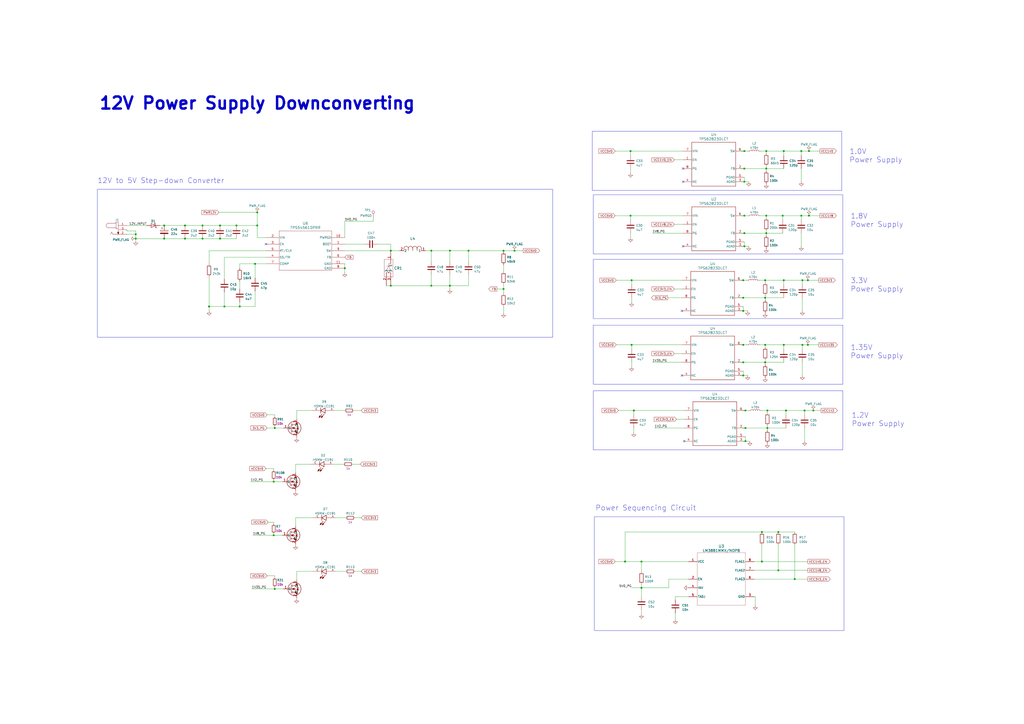
<source format=kicad_sch>
(kicad_sch (version 20230121) (generator eeschema)
  (paper "A2")
  (junction (at 127.635 138.43))
  (junction (at 441.96 308.61))
  (junction (at 444.5 135.255))
  (junction (at 200.025 155.575))
  (junction (at 137.16 130.81))
  (junction (at 149.225 123.19))
  (junction (at 431.165 162.56))
  (junction (at 95.25 138.43))
  (junction (at 147.955 153.035))
  (junction (at 431.8 142.875))
  (junction (at 159.385 248.285))
  (junction (at 466.725 238.125))
  (junction (at 468.63 200.025))
  (junction (at 431.8 97.79))
  (junction (at 451.485 308.61))
  (junction (at 432.435 248.285))
  (junction (at 431.8 87.63))
  (junction (at 366.395 200.025))
  (junction (at 117.475 138.43))
  (junction (at 292.1 167.64))
  (junction (at 469.265 87.63))
  (junction (at 107.315 138.43))
  (junction (at 445.135 238.125))
  (junction (at 443.865 200.025))
  (junction (at 121.285 177.8))
  (junction (at 468.63 162.56))
  (junction (at 441.96 325.755))
  (junction (at 159.385 341.63))
  (junction (at 260.985 165.735))
  (junction (at 455.93 238.125))
  (junction (at 444.5 125.095))
  (junction (at 95.25 130.81))
  (junction (at 149.225 130.81))
  (junction (at 431.8 105.41))
  (junction (at 454.025 125.095))
  (junction (at 464.82 125.095))
  (junction (at 372.11 340.995))
  (junction (at 298.45 145.415))
  (junction (at 78.74 138.43))
  (junction (at 431.165 172.72))
  (junction (at 365.76 125.095))
  (junction (at 158.75 310.515))
  (junction (at 250.19 165.735))
  (junction (at 271.78 145.415))
  (junction (at 443.865 162.56))
  (junction (at 431.165 217.805))
  (junction (at 367.665 238.125))
  (junction (at 117.475 130.81))
  (junction (at 465.455 162.56))
  (junction (at 432.435 238.125))
  (junction (at 431.165 210.185))
  (junction (at 226.695 165.735))
  (junction (at 431.165 180.34))
  (junction (at 366.395 162.56))
  (junction (at 362.585 325.755))
  (junction (at 372.11 325.755))
  (junction (at 443.865 210.185))
  (junction (at 454.66 162.56))
  (junction (at 445.135 248.285))
  (junction (at 139.065 177.8))
  (junction (at 431.8 125.095))
  (junction (at 127.635 130.81))
  (junction (at 464.82 87.63))
  (junction (at 107.315 130.81))
  (junction (at 431.8 135.255))
  (junction (at 158.75 279.4))
  (junction (at 451.485 330.835))
  (junction (at 365.76 87.63))
  (junction (at 292.1 145.415))
  (junction (at 260.985 145.415))
  (junction (at 226.695 145.415))
  (junction (at 465.455 200.025))
  (junction (at 454.66 87.63))
  (junction (at 130.175 177.8))
  (junction (at 454.66 200.025))
  (junction (at 250.19 145.415))
  (junction (at 469.265 125.095))
  (junction (at 461.01 335.915))
  (junction (at 432.435 255.905))
  (junction (at 443.865 172.72))
  (junction (at 444.5 97.79))
  (junction (at 471.805 238.125))
  (junction (at 444.5 87.63))
  (junction (at 78.74 135.89))
  (junction (at 431.165 200.025))
  (no_connect (at 396.24 142.875))
  (no_connect (at 154.305 141.605))
  (no_connect (at 395.605 180.34))
  (no_connect (at 396.875 255.905))
  (no_connect (at 396.24 105.41))
  (no_connect (at 395.605 217.805))
  (no_connect (at 396.24 97.79))
  (wire (pts (xy 260.985 145.415) (xy 271.78 145.415)))
  (wire (pts (xy 171.45 269.24) (xy 180.34 269.24)))
  (wire (pts (xy 292.1 145.415) (xy 298.45 145.415)))
  (wire (pts (xy 137.16 130.81) (xy 149.225 130.81)))
  (wire (pts (xy 365.76 135.255) (xy 365.76 137.795)))
  (wire (pts (xy 356.87 87.63) (xy 365.76 87.63)))
  (wire (pts (xy 226.695 145.415) (xy 231.775 145.415)))
  (wire (pts (xy 441.96 316.23) (xy 441.96 325.755)))
  (wire (pts (xy 158.75 310.515) (xy 163.83 310.515)))
  (wire (pts (xy 431.165 162.56) (xy 433.07 162.56)))
  (wire (pts (xy 146.685 310.515) (xy 158.75 310.515)))
  (wire (pts (xy 172.085 331.47) (xy 172.085 336.55)))
  (wire (pts (xy 205.74 331.47) (xy 209.55 331.47)))
  (wire (pts (xy 387.985 335.915) (xy 387.985 340.995)))
  (wire (pts (xy 147.955 168.91) (xy 147.955 177.8)))
  (wire (pts (xy 432.435 255.905) (xy 434.975 255.905)))
  (wire (pts (xy 454.66 162.56) (xy 454.66 165.1)))
  (wire (pts (xy 429.895 97.79) (xy 431.8 97.79)))
  (wire (pts (xy 200.025 128.27) (xy 216.535 128.27)))
  (wire (pts (xy 445.135 248.285) (xy 455.93 248.285)))
  (wire (pts (xy 474.98 200.025) (xy 468.63 200.025)))
  (wire (pts (xy 431.8 125.095) (xy 433.705 125.095)))
  (wire (pts (xy 445.135 247.015) (xy 445.135 248.285)))
  (wire (pts (xy 431.8 135.255) (xy 444.5 135.255)))
  (wire (pts (xy 271.78 165.735) (xy 271.78 159.385)))
  (wire (pts (xy 298.45 145.415) (xy 303.53 145.415)))
  (wire (pts (xy 107.315 138.43) (xy 117.475 138.43)))
  (wire (pts (xy 464.82 87.63) (xy 464.82 90.17)))
  (wire (pts (xy 475.615 87.63) (xy 469.265 87.63)))
  (wire (pts (xy 465.455 172.72) (xy 465.455 180.34)))
  (wire (pts (xy 288.29 167.64) (xy 292.1 167.64)))
  (wire (pts (xy 451.485 316.23) (xy 451.485 330.835)))
  (wire (pts (xy 147.955 153.035) (xy 139.065 153.035)))
  (wire (pts (xy 154.305 149.225) (xy 130.175 149.225)))
  (wire (pts (xy 121.285 160.655) (xy 121.285 177.8)))
  (wire (pts (xy 437.515 325.755) (xy 441.96 325.755)))
  (wire (pts (xy 429.895 135.255) (xy 431.8 135.255)))
  (wire (pts (xy 95.25 130.81) (xy 107.315 130.81)))
  (wire (pts (xy 455.93 238.125) (xy 466.725 238.125)))
  (wire (pts (xy 443.865 162.56) (xy 454.66 162.56)))
  (wire (pts (xy 158.75 309.245) (xy 158.75 310.515)))
  (wire (pts (xy 429.26 172.72) (xy 431.165 172.72)))
  (wire (pts (xy 145.415 279.4) (xy 158.75 279.4)))
  (wire (pts (xy 387.35 172.72) (xy 395.605 172.72)))
  (wire (pts (xy 171.45 315.595) (xy 171.45 316.23)))
  (wire (pts (xy 159.385 334.01) (xy 154.94 334.01)))
  (wire (pts (xy 250.19 145.415) (xy 250.19 151.765)))
  (wire (pts (xy 430.53 248.285) (xy 432.435 248.285)))
  (wire (pts (xy 357.505 162.56) (xy 366.395 162.56)))
  (wire (pts (xy 444.5 87.63) (xy 454.66 87.63)))
  (wire (pts (xy 432.435 248.285) (xy 445.135 248.285)))
  (wire (pts (xy 445.135 238.125) (xy 445.135 239.395)))
  (wire (pts (xy 147.955 153.035) (xy 154.305 153.035)))
  (wire (pts (xy 441.325 87.63) (xy 444.5 87.63)))
  (wire (pts (xy 224.155 165.735) (xy 226.695 165.735)))
  (wire (pts (xy 440.69 162.56) (xy 443.865 162.56)))
  (wire (pts (xy 392.43 243.205) (xy 396.875 243.205)))
  (wire (pts (xy 365.76 87.63) (xy 396.24 87.63)))
  (wire (pts (xy 366.395 200.025) (xy 366.395 202.565)))
  (wire (pts (xy 431.165 177.8) (xy 431.165 180.34)))
  (wire (pts (xy 391.795 346.075) (xy 399.415 346.075)))
  (wire (pts (xy 465.455 210.185) (xy 465.455 217.805)))
  (wire (pts (xy 172.085 253.365) (xy 172.085 254)))
  (wire (pts (xy 461.01 316.23) (xy 461.01 335.915)))
  (wire (pts (xy 431.165 215.265) (xy 431.165 217.805)))
  (wire (pts (xy 429.26 162.56) (xy 431.165 162.56)))
  (wire (pts (xy 193.675 238.125) (xy 200.025 238.125)))
  (wire (pts (xy 443.865 171.45) (xy 443.865 172.72)))
  (wire (pts (xy 443.865 162.56) (xy 443.865 163.83)))
  (wire (pts (xy 121.285 145.415) (xy 121.285 153.035)))
  (wire (pts (xy 365.76 125.095) (xy 365.76 127.635)))
  (wire (pts (xy 437.515 330.835) (xy 451.485 330.835)))
  (wire (pts (xy 444.5 97.79) (xy 444.5 99.06)))
  (wire (pts (xy 441.325 125.095) (xy 444.5 125.095)))
  (wire (pts (xy 366.395 162.56) (xy 395.605 162.56)))
  (wire (pts (xy 391.16 205.105) (xy 395.605 205.105)))
  (wire (pts (xy 429.26 200.025) (xy 431.165 200.025)))
  (wire (pts (xy 464.82 125.095) (xy 464.82 127.635)))
  (wire (pts (xy 139.065 163.195) (xy 139.065 167.64)))
  (wire (pts (xy 159.385 334.01) (xy 159.385 335.28)))
  (wire (pts (xy 127.635 138.43) (xy 137.16 138.43)))
  (wire (pts (xy 430.53 238.125) (xy 432.435 238.125)))
  (wire (pts (xy 444.5 135.255) (xy 454.025 135.255)))
  (wire (pts (xy 73.66 130.81) (xy 85.09 130.81)))
  (wire (pts (xy 454.025 125.095) (xy 454.025 127.635)))
  (wire (pts (xy 147.955 177.8) (xy 139.065 177.8)))
  (wire (pts (xy 444.5 87.63) (xy 444.5 88.9)))
  (wire (pts (xy 431.165 180.34) (xy 433.705 180.34)))
  (wire (pts (xy 441.96 308.61) (xy 362.585 308.61)))
  (wire (pts (xy 226.695 141.605) (xy 219.075 141.605)))
  (wire (pts (xy 461.01 335.915) (xy 468.63 335.915)))
  (wire (pts (xy 356.87 125.095) (xy 365.76 125.095)))
  (wire (pts (xy 444.5 125.095) (xy 444.5 126.365)))
  (wire (pts (xy 365.76 125.095) (xy 396.24 125.095)))
  (wire (pts (xy 292.1 145.415) (xy 292.1 146.05)))
  (wire (pts (xy 204.47 269.24) (xy 208.915 269.24)))
  (wire (pts (xy 429.26 210.185) (xy 431.165 210.185)))
  (wire (pts (xy 431.8 87.63) (xy 433.705 87.63)))
  (wire (pts (xy 464.82 97.79) (xy 464.82 105.41)))
  (wire (pts (xy 158.75 302.895) (xy 155.575 302.895)))
  (wire (pts (xy 362.585 308.61) (xy 362.585 325.755)))
  (wire (pts (xy 441.96 238.125) (xy 445.135 238.125)))
  (wire (pts (xy 127 123.19) (xy 149.225 123.19)))
  (wire (pts (xy 250.19 159.385) (xy 250.19 165.735)))
  (wire (pts (xy 205.74 300.355) (xy 209.55 300.355)))
  (wire (pts (xy 357.505 200.025) (xy 366.395 200.025)))
  (wire (pts (xy 444.5 96.52) (xy 444.5 97.79)))
  (wire (pts (xy 226.695 165.735) (xy 250.19 165.735)))
  (wire (pts (xy 159.385 341.63) (xy 164.465 341.63)))
  (wire (pts (xy 431.8 142.875) (xy 434.34 142.875)))
  (wire (pts (xy 429.895 142.875) (xy 431.8 142.875)))
  (wire (pts (xy 466.725 248.285) (xy 466.725 255.905)))
  (wire (pts (xy 443.865 210.185) (xy 443.865 211.455)))
  (wire (pts (xy 260.985 159.385) (xy 260.985 165.735)))
  (wire (pts (xy 171.45 300.355) (xy 181.61 300.355)))
  (wire (pts (xy 476.25 238.125) (xy 471.805 238.125)))
  (wire (pts (xy 443.865 172.72) (xy 443.865 173.99)))
  (wire (pts (xy 391.16 130.175) (xy 396.24 130.175)))
  (wire (pts (xy 429.895 125.095) (xy 431.8 125.095)))
  (wire (pts (xy 159.385 247.015) (xy 159.385 248.285)))
  (wire (pts (xy 73.66 133.35) (xy 73.66 133.985)))
  (wire (pts (xy 92.71 130.81) (xy 95.25 130.81)))
  (wire (pts (xy 431.165 217.805) (xy 433.705 217.805)))
  (wire (pts (xy 172.085 238.125) (xy 172.085 243.205)))
  (wire (pts (xy 366.395 172.72) (xy 366.395 175.26)))
  (wire (pts (xy 149.225 130.81) (xy 149.225 137.795)))
  (wire (pts (xy 391.16 92.71) (xy 396.24 92.71)))
  (wire (pts (xy 159.385 240.665) (xy 159.385 241.935)))
  (wire (pts (xy 194.31 331.47) (xy 200.66 331.47)))
  (wire (pts (xy 159.385 340.36) (xy 159.385 341.63)))
  (wire (pts (xy 367.665 248.285) (xy 367.665 250.825)))
  (wire (pts (xy 292.1 167.64) (xy 292.1 170.18)))
  (wire (pts (xy 172.085 238.125) (xy 180.975 238.125)))
  (wire (pts (xy 194.31 300.355) (xy 200.66 300.355)))
  (wire (pts (xy 432.435 253.365) (xy 432.435 255.905)))
  (wire (pts (xy 445.135 238.125) (xy 455.93 238.125)))
  (wire (pts (xy 271.78 145.415) (xy 271.78 151.765)))
  (wire (pts (xy 437.515 335.915) (xy 461.01 335.915)))
  (wire (pts (xy 379.73 248.285) (xy 396.875 248.285)))
  (wire (pts (xy 73.66 135.89) (xy 78.74 135.89)))
  (wire (pts (xy 356.87 325.755) (xy 362.585 325.755)))
  (wire (pts (xy 107.315 130.81) (xy 117.475 130.81)))
  (wire (pts (xy 454.66 87.63) (xy 454.66 90.17)))
  (wire (pts (xy 466.725 238.125) (xy 466.725 240.665)))
  (wire (pts (xy 378.46 210.185) (xy 395.605 210.185)))
  (wire (pts (xy 474.98 162.56) (xy 468.63 162.56)))
  (wire (pts (xy 121.285 145.415) (xy 154.305 145.415)))
  (wire (pts (xy 121.285 177.8) (xy 130.175 177.8)))
  (wire (pts (xy 454.66 87.63) (xy 464.82 87.63)))
  (wire (pts (xy 443.865 208.915) (xy 443.865 210.185)))
  (wire (pts (xy 130.175 177.8) (xy 130.175 169.545)))
  (wire (pts (xy 367.665 238.125) (xy 396.875 238.125)))
  (wire (pts (xy 149.225 137.795) (xy 154.305 137.795)))
  (wire (pts (xy 429.26 180.34) (xy 431.165 180.34)))
  (wire (pts (xy 391.795 347.98) (xy 391.795 346.075)))
  (wire (pts (xy 121.285 180.34) (xy 121.285 177.8)))
  (wire (pts (xy 437.515 346.075) (xy 438.15 346.075)))
  (wire (pts (xy 451.485 308.61) (xy 461.01 308.61)))
  (wire (pts (xy 154.94 248.285) (xy 159.385 248.285)))
  (wire (pts (xy 430.53 255.905) (xy 432.435 255.905)))
  (wire (pts (xy 172.085 346.71) (xy 172.085 347.345)))
  (wire (pts (xy 429.26 217.805) (xy 431.165 217.805)))
  (wire (pts (xy 78.74 133.985) (xy 78.74 135.89)))
  (wire (pts (xy 431.8 102.87) (xy 431.8 105.41)))
  (wire (pts (xy 73.66 133.985) (xy 78.74 133.985)))
  (wire (pts (xy 247.015 145.415) (xy 250.19 145.415)))
  (wire (pts (xy 455.93 238.125) (xy 455.93 240.665)))
  (wire (pts (xy 139.065 175.26) (xy 139.065 177.8)))
  (wire (pts (xy 171.45 300.355) (xy 171.45 305.435)))
  (wire (pts (xy 465.455 162.56) (xy 465.455 165.1)))
  (wire (pts (xy 464.82 135.255) (xy 464.82 142.875)))
  (wire (pts (xy 78.74 138.43) (xy 95.25 138.43)))
  (wire (pts (xy 451.485 330.835) (xy 468.63 330.835)))
  (wire (pts (xy 431.165 172.72) (xy 443.865 172.72)))
  (wire (pts (xy 158.75 279.4) (xy 163.83 279.4)))
  (wire (pts (xy 454.025 125.095) (xy 464.82 125.095)))
  (wire (pts (xy 292.1 177.8) (xy 292.1 181.61)))
  (wire (pts (xy 443.865 172.72) (xy 454.66 172.72)))
  (wire (pts (xy 372.11 356.235) (xy 372.11 353.695)))
  (wire (pts (xy 454.66 162.56) (xy 465.455 162.56)))
  (wire (pts (xy 366.395 210.185) (xy 366.395 212.725)))
  (wire (pts (xy 399.415 335.915) (xy 387.985 335.915)))
  (wire (pts (xy 158.75 271.78) (xy 158.75 273.05)))
  (wire (pts (xy 193.04 269.24) (xy 199.39 269.24)))
  (wire (pts (xy 158.75 302.895) (xy 158.75 304.165)))
  (wire (pts (xy 78.74 138.43) (xy 78.74 139.7)))
  (wire (pts (xy 78.74 138.43) (xy 78.74 135.89)))
  (wire (pts (xy 130.175 149.225) (xy 130.175 161.925)))
  (wire (pts (xy 226.695 141.605) (xy 226.695 145.415)))
  (wire (pts (xy 431.8 97.79) (xy 444.5 97.79)))
  (wire (pts (xy 127.635 130.81) (xy 137.16 130.81)))
  (wire (pts (xy 147.955 153.035) (xy 147.955 161.29)))
  (wire (pts (xy 469.265 87.63) (xy 464.82 87.63)))
  (wire (pts (xy 438.15 346.075) (xy 438.15 351.155)))
  (wire (pts (xy 117.475 130.81) (xy 127.635 130.81)))
  (wire (pts (xy 431.165 200.025) (xy 433.07 200.025)))
  (wire (pts (xy 444.5 135.255) (xy 444.5 136.525)))
  (wire (pts (xy 429.895 87.63) (xy 431.8 87.63)))
  (wire (pts (xy 149.225 123.19) (xy 149.225 130.81)))
  (wire (pts (xy 366.395 162.56) (xy 366.395 165.1)))
  (wire (pts (xy 95.25 138.43) (xy 107.315 138.43)))
  (wire (pts (xy 205.105 238.125) (xy 209.55 238.125)))
  (wire (pts (xy 260.985 167.64) (xy 260.985 165.735)))
  (wire (pts (xy 475.615 125.095) (xy 469.265 125.095)))
  (wire (pts (xy 171.45 269.24) (xy 171.45 274.32)))
  (wire (pts (xy 171.45 284.48) (xy 171.45 285.115)))
  (wire (pts (xy 367.665 238.125) (xy 367.665 240.665)))
  (wire (pts (xy 372.11 340.995) (xy 372.11 346.075)))
  (wire (pts (xy 130.175 177.8) (xy 139.065 177.8)))
  (wire (pts (xy 443.865 210.185) (xy 454.66 210.185)))
  (wire (pts (xy 372.11 325.755) (xy 372.11 331.47)))
  (wire (pts (xy 432.435 238.125) (xy 434.34 238.125)))
  (wire (pts (xy 372.11 339.09) (xy 372.11 340.995)))
  (wire (pts (xy 444.5 133.985) (xy 444.5 135.255)))
  (wire (pts (xy 431.8 105.41) (xy 434.34 105.41)))
  (wire (pts (xy 471.805 238.125) (xy 466.725 238.125)))
  (wire (pts (xy 365.76 87.63) (xy 365.76 90.17)))
  (wire (pts (xy 260.985 165.735) (xy 271.78 165.735)))
  (wire (pts (xy 372.11 340.995) (xy 387.985 340.995)))
  (wire (pts (xy 271.78 145.415) (xy 292.1 145.415)))
  (wire (pts (xy 358.775 238.125) (xy 367.665 238.125)))
  (wire (pts (xy 200.025 128.27) (xy 200.025 137.795)))
  (wire (pts (xy 211.455 141.605) (xy 200.025 141.605)))
  (wire (pts (xy 366.395 200.025) (xy 395.605 200.025)))
  (wire (pts (xy 139.065 153.035) (xy 139.065 155.575)))
  (wire (pts (xy 468.63 162.56) (xy 465.455 162.56)))
  (wire (pts (xy 454.66 200.025) (xy 465.455 200.025)))
  (wire (pts (xy 431.165 210.185) (xy 443.865 210.185)))
  (wire (pts (xy 391.795 355.6) (xy 391.795 359.41)))
  (wire (pts (xy 365.76 97.79) (xy 365.76 100.33)))
  (wire (pts (xy 158.75 278.13) (xy 158.75 279.4)))
  (wire (pts (xy 440.69 200.025) (xy 443.865 200.025)))
  (wire (pts (xy 372.11 325.755) (xy 362.585 325.755)))
  (wire (pts (xy 292.1 165.1) (xy 292.1 167.64)))
  (wire (pts (xy 378.46 135.255) (xy 396.24 135.255)))
  (wire (pts (xy 454.66 200.025) (xy 454.66 202.565)))
  (wire (pts (xy 292.1 153.67) (xy 292.1 157.48)))
  (wire (pts (xy 200.025 153.035) (xy 200.025 155.575)))
  (wire (pts (xy 366.395 340.995) (xy 372.11 340.995)))
  (wire (pts (xy 444.5 125.095) (xy 454.025 125.095)))
  (wire (pts (xy 444.5 97.79) (xy 454.66 97.79)))
  (wire (pts (xy 391.16 167.64) (xy 395.605 167.64)))
  (wire (pts (xy 200.025 158.115) (xy 200.025 155.575)))
  (wire (pts (xy 468.63 200.025) (xy 465.455 200.025)))
  (wire (pts (xy 431.8 140.335) (xy 431.8 142.875)))
  (wire (pts (xy 159.385 240.665) (xy 154.94 240.665)))
  (wire (pts (xy 445.135 248.285) (xy 445.135 249.555)))
  (wire (pts (xy 146.05 341.63) (xy 159.385 341.63)))
  (wire (pts (xy 372.11 325.755) (xy 399.415 325.755)))
  (wire (pts (xy 158.75 271.78) (xy 154.305 271.78)))
  (wire (pts (xy 441.96 308.61) (xy 451.485 308.61)))
  (wire (pts (xy 159.385 248.285) (xy 164.465 248.285)))
  (wire (pts (xy 250.19 165.735) (xy 260.985 165.735)))
  (wire (pts (xy 172.085 331.47) (xy 181.61 331.47)))
  (wire (pts (xy 429.895 105.41) (xy 431.8 105.41)))
  (wire (pts (xy 443.865 200.025) (xy 443.865 201.295)))
  (wire (pts (xy 469.265 125.095) (xy 464.82 125.095)))
  (wire (pts (xy 465.455 200.025) (xy 465.455 202.565)))
  (wire (pts (xy 260.985 145.415) (xy 260.985 151.765)))
  (wire (pts (xy 127.635 138.43) (xy 117.475 138.43)))
  (wire (pts (xy 443.865 200.025) (xy 454.66 200.025)))
  (wire (pts (xy 441.96 325.755) (xy 468.63 325.755)))
  (wire (pts (xy 216.535 126.365) (xy 216.535 128.27)))
  (wire (pts (xy 200.025 145.415) (xy 226.695 145.415)))
  (wire (pts (xy 250.19 145.415) (xy 260.985 145.415)))
  (rectangle (start 344.17 188.595) (end 488.95 222.885))
  (rectangle (start 344.17 150.495) (end 488.95 184.785))
  (rectangle (start 343.535 76.2) (end 488.315 110.49))
  (rectangle (start 344.805 299.72) (end 489.585 365.76))
  (rectangle (start 344.17 113.03) (end 488.95 147.32))
  (rectangle (start 344.17 226.695) (end 488.95 260.985))
  (rectangle (start 56.515 109.855) (end 320.675 195.58))
  (text "1.8V \nPower Supply\n" (at 493.395 132.08 0) (effects (font (size 3 3)) (justify left bottom)))
  (text "Power Sequencing Circuit\n" (at 345.44 296.545 0) (effects (font (size 3 3)) (justify left bottom)))
  (text "1.35V \nPower Supply\n" (at 493.395 208.28 0) (effects (font (size 3 3)) (justify left bottom)))
  (text "12V to 5V Step-down Converter" (at 56.515 106.68 0) (effects (font (size 3 3)) (justify left bottom)))
  (text "12V Power Supply Downconverting\n" (at 57.15 64.135 0) (effects (font (size 7 7) (thickness 1.4) bold) (justify left bottom)))
  (text "3.3V \nPower Supply\n" (at 493.395 169.545 0) (effects (font (size 3 3)) (justify left bottom)))
  (text "1.0V \nPower Supply\n" (at 492.76 94.615 0) (effects (font (size 3 3)) (justify left bottom)))
  (text "1.2V \nPower Supply\n" (at 494.03 247.65 0) (effects (font (size 3 3)) (justify left bottom)))
  (label "1V35_PG" (at 146.05 341.63 0))
  (label "5V0_PG" (at 366.395 340.995 180))
  (label "1V2_PG" (at 379.73 248.285 0))
  (label "12V_INPUT" (at 74.93 130.81 0))
  (label "1V2_PG" (at 145.415 279.4 0))
  (label "1V8_PG" (at 146.685 310.515 0))
  (label "1V8_PG" (at 378.46 135.255 0))
  (label "1V35_PG" (at 378.46 210.185 0))
  (label "5V0_PG" (at 200.025 128.27 0))
  (global_label "VCC3V3" (shape input) (at 208.915 269.24 0) (property "Intersheetrefs" "${INTERSHEET_REFS}" (effects hide)))
  (global_label "VCC3V3" (shape output) (at 474.98 162.56 0) (property "Intersheetrefs" "${INTERSHEET_REFS}" (effects hide)))
  (global_label "VCC5V0" (shape input) (at 154.94 240.665 180) (property "Intersheetrefs" "${INTERSHEET_REFS}" (effects hide)))
  (global_label "VCC1V8" (shape output) (at 475.615 125.095 0) (property "Intersheetrefs" "${INTERSHEET_REFS}" (effects hide)))
  (global_label "3V3_PG" (shape output) (at 387.35 172.72 180) (property "Intersheetrefs" "${INTERSHEET_REFS}" (effects hide)))
  (global_label "VCC5V0" (shape output) (at 303.53 145.415 0) (property "Intersheetrefs" "${INTERSHEET_REFS}" (effects hide)))
  (global_label "VCC1V8_EN" (shape output) (at 468.63 330.835 0) (property "Intersheetrefs" "${INTERSHEET_REFS}" (effects hide)))
  (global_label "VCC5V0" (shape input) (at 155.575 302.895 180) (property "Intersheetrefs" "${INTERSHEET_REFS}" (effects hide)))
  (global_label "VCC5V0" (shape input) (at 356.87 325.755 180) (property "Intersheetrefs" "${INTERSHEET_REFS}" (effects hide)))
  (global_label "VCC3V3_EN" (shape input) (at 391.16 205.105 180) (property "Intersheetrefs" "${INTERSHEET_REFS}" (effects hide)))
  (global_label "VCC3V3_EN" (shape input) (at 391.16 167.64 180) (property "Intersheetrefs" "${INTERSHEET_REFS}" (effects hide)))
  (global_label "VCC1V0_EN" (shape output) (at 468.63 325.755 0) (property "Intersheetrefs" "${INTERSHEET_REFS}" (effects hide)))
  (global_label "VCC5V0" (shape input) (at 356.87 87.63 180) (property "Intersheetrefs" "${INTERSHEET_REFS}" (effects hide)))
  (global_label "FB" (shape input) (at 200.025 149.225 0) (property "Intersheetrefs" "${INTERSHEET_REFS}" (effects hide)))
  (global_label "VCC5V0" (shape input) (at 357.505 162.56 180) (property "Intersheetrefs" "${INTERSHEET_REFS}" (effects hide)))
  (global_label "PWR12V" (shape input) (at 127 123.19 180) (property "Intersheetrefs" "${INTERSHEET_REFS}" (effects hide)))
  (global_label "VCC1V0" (shape output) (at 475.615 87.63 0) (property "Intersheetrefs" "${INTERSHEET_REFS}" (effects hide)))
  (global_label "VCC5V0" (shape input) (at 356.87 125.095 180) (property "Intersheetrefs" "${INTERSHEET_REFS}" (effects hide)))
  (global_label "VCC1V0_EN" (shape input) (at 391.16 92.71 180) (property "Intersheetrefs" "${INTERSHEET_REFS}" (effects hide)))
  (global_label "VCC3V3" (shape input) (at 209.55 331.47 0) (property "Intersheetrefs" "${INTERSHEET_REFS}" (effects hide)))
  (global_label "VCC3V3_EN" (shape output) (at 468.63 335.915 0) (property "Intersheetrefs" "${INTERSHEET_REFS}" (effects hide)))
  (global_label "VCC5V0" (shape input) (at 154.94 334.01 180) (property "Intersheetrefs" "${INTERSHEET_REFS}" (effects hide)))
  (global_label "VCC5V0" (shape input) (at 357.505 200.025 180) (property "Intersheetrefs" "${INTERSHEET_REFS}" (effects hide)))
  (global_label "FB" (shape output) (at 288.29 167.64 180) (property "Intersheetrefs" "${INTERSHEET_REFS}" (effects hide)))
  (global_label "VCC3V3" (shape input) (at 209.55 238.125 0) (property "Intersheetrefs" "${INTERSHEET_REFS}" (effects hide)))
  (global_label "VCC5V0" (shape input) (at 358.775 238.125 180) (property "Intersheetrefs" "${INTERSHEET_REFS}" (effects hide)))
  (global_label "VCC1V35" (shape output) (at 474.98 200.025 0) (property "Intersheetrefs" "${INTERSHEET_REFS}" (effects hide)))
  (global_label "VCC3V3_EN" (shape input) (at 392.43 243.205 180) (property "Intersheetrefs" "${INTERSHEET_REFS}" (effects hide)))
  (global_label "VCC3V3" (shape input) (at 209.55 300.355 0) (property "Intersheetrefs" "${INTERSHEET_REFS}" (effects hide)))
  (global_label "VCC1V8_EN" (shape input) (at 391.16 130.175 180) (property "Intersheetrefs" "${INTERSHEET_REFS}" (effects hide)))
  (global_label "3V3_PG" (shape input) (at 154.94 248.285 180) (property "Intersheetrefs" "${INTERSHEET_REFS}" (effects hide)))
  (global_label "VCC5V0" (shape input) (at 154.305 271.78 180) (property "Intersheetrefs" "${INTERSHEET_REFS}" (effects hide)))
  (global_label "VCC1V2" (shape output) (at 476.25 238.125 0) (property "Intersheetrefs" "${INTERSHEET_REFS}" (effects hide)))
  (symbol (lib_id "Device:L") (at 436.88 200.025 90) (unit 1)
    (property "Reference" "L2" (at 436.88 195.58 90))
    (property "Value" "470n" (at 436.88 198.12 90))
    (property "Footprint" "XFL4015-471MEC:XFL4012" (effects hide))
    (instances (project "FPGA_dev_board" (path "" (reference "L2") (unit 1)) (path "" (reference "L5") (unit 1))))
  )
  (symbol (lib_id "Device:R") (at 139.065 159.385 0) (unit 1)
    (property "Reference" "R10" (at 140.97 158.75 0) (effects (justify left)))
    (property "Value" "16k9" (at 140.97 161.29 0) (effects (justify left)))
    (property "Footprint" "RC0603FR-0716K9L:RESC1608X55N" (effects hide))
  )
  (symbol (lib_id "Device:R") (at 443.865 215.265 0) (unit 1)
    (property "Reference" "R4" (at 445.77 214.63 0) (effects (justify left)))
    (property "Value" "100k" (at 445.77 217.17 0) (effects (justify left)))
    (property "Footprint" "RC0603FR-07100KL:RESC1608X55" (effects hide))
    (instances (project "FPGA_dev_board" (path "" (reference "R4") (unit 1)) (path "" (reference "R18") (unit 1))))
  )
  (symbol (lib_id "Device:R") (at 121.285 156.845 0) (unit 1)
    (property "Reference" "R9" (at 123.825 156.21 0) (effects (justify left)))
    (property "Value" "243k" (at 123.19 158.75 0) (effects (justify left)))
    (property "Footprint" "RC0603FR-07243KL:RESC1608X55N" (effects hide))
  )
  (symbol (lib_id "HSMW-C191:HSMW-C191") (at 186.69 300.355 180) (unit 1)
    (property "Reference" "D7" (at 188.6966 295.275 0))
    (property "Value" "HSMW-C191" (at 188.6966 297.815 0))
    (property "Footprint" "HSMW_C191:LEDSC80X160X70-2N" (effects hide))
    (property "PARTREV" "N/A" (effects hide))
    (property "STANDARD" "IPC 7351B" (effects hide))
    (property "MAXIMUM_PACKAGE_HEIGHT" "0.7 mm" (effects hide))
    (property "MANUFACTURER" "Avago Technologies" (effects hide))
  )
  (symbol (lib_id "2024-03-31_11-24-08:PDS760-13") (at 224.155 175.895 90) (unit 1)
    (property "Reference" "CR1" (at 228.6 155.575 90) (effects (font (size 1.524 1.524)) (justify right)))
    (property "Value" "PDS760-13" (effects hide))
    (property "Footprint" "PDS760-13:POWERDI5_DIO" (effects hide))
    (property "Datasheet" "PDS760-13" (effects hide))
  )
  (symbol (lib_id "power:GND") (at 292.1 181.61 0) (unit 1)
    (property "Reference" "#PWR024" (effects hide))
    (property "Value" "GND" (effects hide))
  )
  (symbol (lib_id "Device:C") (at 366.395 168.91 0) (unit 1)
    (property "Reference" "C33" (at 369.57 168.275 0) (effects (justify left)))
    (property "Value" "4u7" (at 369.57 170.815 0) (effects (justify left)))
    (property "Footprint" "GRM21BR71A475KE51L:CAPC2012X140N" (effects hide))
    (instances (project "FPGA_dev_board" (path "" (reference "C33") (unit 1)) (path "" (reference "C36") (unit 1))))
  )
  (symbol (lib_id "Device:C") (at 366.395 206.375 0) (unit 1)
    (property "Reference" "C33" (at 369.57 205.74 0) (effects (justify left)))
    (property "Value" "4u7" (at 369.57 208.28 0) (effects (justify left)))
    (property "Footprint" "GRM21BR71A475KE51L:CAPC2012X140N" (effects hide))
    (instances (project "FPGA_dev_board" (path "" (reference "C33") (unit 1)) (path "" (reference "C53") (unit 1))))
  )
  (symbol (lib_id "Device:R") (at 444.5 102.87 0) (unit 1)
    (property "Reference" "R4" (at 446.405 102.235 0) (effects (justify left)))
    (property "Value" "100k" (at 446.405 104.775 0) (effects (justify left)))
    (property "Footprint" "RC0603FR-07100KL:RESC1608X55" (effects hide))
  )
  (symbol (lib_id "Device:C") (at 455.93 244.475 0) (unit 1)
    (property "Reference" "C34" (at 459.105 243.84 0) (effects (justify left)))
    (property "Value" "120p" (at 459.105 246.38 0) (effects (justify left)))
    (property "Footprint" "GRM1885C1H121JA01D:G-188_MUR" (effects hide))
    (instances (project "FPGA_dev_board" (path "" (reference "C34") (unit 1)) (path "" (reference "C57") (unit 1))))
  )
  (symbol (lib_id "BSS138PW:BSS138PW_115") (at 164.465 248.285 0) (unit 1)
    (property "Reference" "MOSFET6" (effects hide))
    (property "Value" "BSS138PW_115" (effects hide))
    (property "Footprint" "BSS138PW_115:SC-70_SOT323_NEX" (effects hide))
    (property "Datasheet" "BSS138PW_115" (effects hide))
  )
  (symbol (lib_id "Device:C") (at 260.985 155.575 0) (unit 1)
    (property "Reference" "C49" (at 264.16 154.94 0) (effects (justify left)))
    (property "Value" "47u" (at 264.16 157.48 0) (effects (justify left)))
    (property "Footprint" "GRM32ER70J476ME20L:G-32_MUR" (effects hide))
  )
  (symbol (lib_id "power:GND") (at 171.45 285.115 0) (unit 1)
    (property "Reference" "#PWR0152" (effects hide))
    (property "Value" "GND" (effects hide))
  )
  (symbol (lib_id "power:GND") (at 434.34 142.875 0) (unit 1)
    (property "Reference" "#PWR011" (effects hide))
    (property "Value" "GND" (effects hide))
    (instances (project "FPGA_dev_board" (path "" (reference "#PWR011") (unit 1)) (path "" (reference "#PWR012") (unit 1))))
  )
  (symbol (lib_id "power:GND") (at 171.45 316.23 0) (unit 1)
    (property "Reference" "#PWR039" (effects hide))
    (property "Value" "GND" (effects hide))
  )
  (symbol (lib_id "power:GND") (at 172.085 254 0) (unit 1)
    (property "Reference" "#PWR0153" (effects hide))
    (property "Value" "GND" (effects hide))
  )
  (symbol (lib_id "BSS138PW:BSS138PW_115") (at 163.83 279.4 0) (unit 1)
    (property "Reference" "MOSFET2" (effects hide))
    (property "Value" "BSS138PW_115" (effects hide))
    (property "Footprint" "BSS138PW_115:SC-70_SOT323_NEX" (effects hide))
    (property "Datasheet" "BSS138PW_115" (effects hide))
  )
  (symbol (lib_id "power:GND") (at 444.5 144.145 0) (unit 1)
    (property "Reference" "#PWR013" (effects hide))
    (property "Value" "GND" (effects hide))
    (instances (project "FPGA_dev_board" (path "" (reference "#PWR013") (unit 1)) (path "" (reference "#PWR014") (unit 1))))
  )
  (symbol (lib_id "power:PWR_FLAG") (at 298.45 145.415 0) (unit 1)
    (property "Reference" "#FLG03" (effects hide))
    (property "Value" "PWR_FLAG" (at 298.45 141.605 0))
  )
  (symbol (lib_id "Device:C") (at 391.795 351.79 0) (unit 1)
    (property "Reference" "C51" (at 395.605 351.155 0) (effects (justify left)))
    (property "Value" "10n" (at 395.605 353.695 0) (effects (justify left)))
    (property "Footprint" "GRM155R71C103KA01D:CAPC1005X55N" (effects hide))
  )
  (symbol (lib_id "power:GND") (at 433.705 180.34 0) (unit 1)
    (property "Reference" "#PWR015" (effects hide))
    (property "Value" "GND" (effects hide))
    (instances (project "FPGA_dev_board" (path "" (reference "#PWR015") (unit 1)) (path "" (reference "#PWR019") (unit 1))))
  )
  (symbol (lib_id "power:GND") (at 365.76 100.33 0) (unit 1)
    (property "Reference" "#PWR014" (effects hide))
    (property "Value" "GND" (effects hide))
    (instances (project "FPGA_dev_board" (path "" (reference "#PWR014") (unit 1)) (path "" (reference "#PWR011") (unit 1))))
  )
  (symbol (lib_id "power:PWR_FLAG") (at 78.74 138.43 90) (unit 1)
    (property "Reference" "#FLG02" (effects hide))
    (property "Value" "PWR_FLAG" (at 74.93 139.065 90) (effects (justify left)))
  )
  (symbol (lib_id "Device:R") (at 451.485 312.42 180) (unit 1)
    (property "Reference" "R16" (at 454.025 311.785 0) (effects (justify right)))
    (property "Value" "100k" (at 454.025 314.325 0) (effects (justify right)))
    (property "Footprint" "RC0603FR-07100KL:RESC1608X55" (effects hide))
  )
  (symbol (lib_id "Device:C") (at 454.66 93.98 0) (unit 1)
    (property "Reference" "C34" (at 457.835 93.345 0) (effects (justify left)))
    (property "Value" "120p" (at 457.835 95.885 0) (effects (justify left)))
    (property "Footprint" "GRM1885C1H121JA01D:G-188_MUR" (effects hide))
    (instances (project "FPGA_dev_board" (path "" (reference "C34") (unit 1)) (path "" (reference "C33") (unit 1))))
  )
  (symbol (lib_id "Device:L") (at 437.515 87.63 90) (unit 1)
    (property "Reference" "L2" (at 437.515 83.185 90))
    (property "Value" "470n" (at 437.515 85.725 90))
    (property "Footprint" "XFL4015-471MEC:XFL4012" (effects hide))
  )
  (symbol (lib_id "power:GND") (at 434.34 105.41 0) (unit 1)
    (property "Reference" "#PWR015" (effects hide))
    (property "Value" "GND" (effects hide))
    (instances (project "FPGA_dev_board" (path "" (reference "#PWR015") (unit 1)) (path "" (reference "#PWR013") (unit 1))))
  )
  (symbol (lib_id "Device:R") (at 444.5 140.335 0) (unit 1)
    (property "Reference" "R2" (at 446.405 139.7 0) (effects (justify left)))
    (property "Value" "100k" (at 446.405 142.24 0) (effects (justify left)))
    (property "Footprint" "RC0603FR-07100KL:RESC1608X55" (effects hide))
  )
  (symbol (lib_id "BSS138PW:BSS138PW_115") (at 164.465 341.63 0) (unit 1)
    (property "Reference" "MOSFET3" (effects hide))
    (property "Value" "BSS138PW_115" (effects hide))
    (property "Footprint" "BSS138PW_115:SC-70_SOT323_NEX" (effects hide))
    (property "Datasheet" "BSS138PW_115" (effects hide))
  )
  (symbol (lib_name "R_1k_0402_3") (lib_id "antmicroResistors0402:R_1k_0402") (at 200.66 300.355 0) (unit 1)
    (property "Reference" "R112" (at 203.2 297.815 0))
    (property "Value" "R_1k_0402" (effects hide))
    (property "Footprint" "RC0603FR_071KL:RESC1607X60N" (effects hide))
    (property "Datasheet" "https://www.bourns.com/docs/product-datasheets/cr.pdf" (effects hide))
    (property "Manufacturer" "Bourns" (effects hide))
    (property "MPN" "CR0402-FX-1001GLF" (effects hide))
    (property "Val" "1k" (at 203.2 302.895 0))
    (property "Tolerance" "1%" (effects hide))
    (instances (project "FPGA_dev_board" (path "" (reference "R112") (unit 1))) (project "artix-dc-scm" (path "" (reference "R96") (unit 1))))
  )
  (symbol (lib_id "Device:R") (at 461.01 312.42 180) (unit 1)
    (property "Reference" "R17" (at 463.55 311.785 0) (effects (justify right)))
    (property "Value" "100k" (at 463.55 314.325 0) (effects (justify right)))
    (property "Footprint" "RC0603FR-07100KL:RESC1608X55" (effects hide))
  )
  (symbol (lib_id "power:GND") (at 434.975 255.905 0) (unit 1)
    (property "Reference" "#PWR015" (effects hide))
    (property "Value" "GND" (effects hide))
    (instances (project "FPGA_dev_board" (path "" (reference "#PWR015") (unit 1)) (path "" (reference "#PWR036") (unit 1))))
  )
  (symbol (lib_id "Device:R") (at 441.96 312.42 180) (unit 1)
    (property "Reference" "R15" (at 444.5 311.785 0) (effects (justify right)))
    (property "Value" "100k" (at 444.5 314.325 0) (effects (justify right)))
    (property "Footprint" "RC0603FR-07100KL:RESC1608X55" (effects hide))
  )
  (symbol (lib_id "power:GND") (at 465.455 180.34 0) (unit 1)
    (property "Reference" "#PWR017" (effects hide))
    (property "Value" "GND" (effects hide))
    (instances (project "FPGA_dev_board" (path "" (reference "#PWR017") (unit 1)) (path "" (reference "#PWR021") (unit 1))))
  )
  (symbol (lib_id "Device:L") (at 436.88 162.56 90) (unit 1)
    (property "Reference" "L2" (at 436.88 158.115 90))
    (property "Value" "470n" (at 436.88 160.655 90))
    (property "Footprint" "XFL4015-471MEC:XFL4012" (effects hide))
    (instances (project "FPGA_dev_board" (path "" (reference "L2") (unit 1)) (path "" (reference "L3") (unit 1))))
  )
  (symbol (lib_id "Device:R") (at 292.1 173.99 0) (unit 1)
    (property "Reference" "R12" (at 294.005 173.355 0) (effects (justify left)))
    (property "Value" "10k2" (at 294.005 175.895 0) (effects (justify left)))
    (property "Footprint" "RC0603FR-0710K2L:RESC1608X55N" (effects hide))
  )
  (symbol (lib_id "BSS138PW:BSS138PW_115") (at 163.83 310.515 0) (unit 1)
    (property "Reference" "MOSFET1" (effects hide))
    (property "Value" "BSS138PW_115" (effects hide))
    (property "Footprint" "BSS138PW_115:SC-70_SOT323_NEX" (effects hide))
    (property "Datasheet" "BSS138PW_115" (effects hide))
  )
  (symbol (lib_id "Device:C") (at 465.455 206.375 0) (unit 1)
    (property "Reference" "C35" (at 468.63 205.74 0) (effects (justify left)))
    (property "Value" "10u" (at 468.63 208.28 0) (effects (justify left)))
    (property "Footprint" "GRM155R60J106ME05D:CAP_GRM155R60J106ME05D_MUR" (effects hide))
    (instances (project "FPGA_dev_board" (path "" (reference "C35") (unit 1)) (path "" (reference "C55") (unit 1))))
  )
  (symbol (lib_name "R_1k_0402_1") (lib_id "antmicroResistors0402:R_1k_0402") (at 200.66 331.47 0) (unit 1)
    (property "Reference" "R113" (at 203.2 328.93 0))
    (property "Value" "R_1k_0402" (effects hide))
    (property "Footprint" "RC0603FR_071KL:RESC1607X60N" (effects hide))
    (property "Datasheet" "https://www.bourns.com/docs/product-datasheets/cr.pdf" (effects hide))
    (property "Manufacturer" "Bourns" (effects hide))
    (property "MPN" "CR0402-FX-1001GLF" (effects hide))
    (property "Val" "1k" (at 203.2 334.01 0))
    (property "Tolerance" "1%" (effects hide))
    (instances (project "FPGA_dev_board" (path "" (reference "R113") (unit 1))) (project "artix-dc-scm" (path "" (reference "R97") (unit 1))))
  )
  (symbol (lib_id "power:GND") (at 433.705 217.805 0) (unit 1)
    (property "Reference" "#PWR015" (effects hide))
    (property "Value" "GND" (effects hide))
    (instances (project "FPGA_dev_board" (path "" (reference "#PWR015") (unit 1)) (path "" (reference "#PWR032") (unit 1))))
  )
  (symbol (lib_id "power:GND") (at 443.865 181.61 0) (unit 1)
    (property "Reference" "#PWR016" (effects hide))
    (property "Value" "GND" (effects hide))
    (instances (project "FPGA_dev_board" (path "" (reference "#PWR016") (unit 1)) (path "" (reference "#PWR020") (unit 1))))
  )
  (symbol (lib_id "power:GND") (at 445.135 257.175 0) (unit 1)
    (property "Reference" "#PWR016" (effects hide))
    (property "Value" "GND" (effects hide))
    (instances (project "FPGA_dev_board" (path "" (reference "#PWR016") (unit 1)) (path "" (reference "#PWR037") (unit 1))))
  )
  (symbol (lib_id "Device:R") (at 444.5 92.71 0) (unit 1)
    (property "Reference" "R3" (at 447.04 92.075 0) (effects (justify left)))
    (property "Value" "66k5" (at 447.04 94.615 0) (effects (justify left)))
    (property "Footprint" "CRCW040266K5FKEDC:RESC1005X35N" (effects hide))
  )
  (symbol (lib_id "power:GND") (at 465.455 217.805 0) (unit 1)
    (property "Reference" "#PWR017" (effects hide))
    (property "Value" "GND" (effects hide))
    (instances (project "FPGA_dev_board" (path "" (reference "#PWR017") (unit 1)) (path "" (reference "#PWR034") (unit 1))))
  )
  (symbol (lib_id "Device:R") (at 292.1 149.86 0) (unit 1)
    (property "Reference" "R8" (at 294.005 149.225 0) (effects (justify left)))
    (property "Value" "49k9" (at 294.005 151.765 0) (effects (justify left)))
    (property "Footprint" "RC0603FR-0749K9L:RESC1608X60N" (effects hide))
  )
  (symbol (lib_id "power:GND") (at 466.725 255.905 0) (unit 1)
    (property "Reference" "#PWR017" (effects hide))
    (property "Value" "GND" (effects hide))
    (instances (project "FPGA_dev_board" (path "" (reference "#PWR017") (unit 1)) (path "" (reference "#PWR038") (unit 1))))
  )
  (symbol (lib_id "Diode:PMEG3020BER") (at 88.9 130.81 180) (unit 1)
    (property "Reference" "D1" (at 88.9 128.27 0))
    (property "Value" "PMEG3020BER" (effects hide))
    (property "Footprint" "Diode_SMD:Nexperia_CFP3_SOD-123W" (effects hide))
    (property "Datasheet" "https://assets.nexperia.com/documents/data-sheet/PMEG3020BER.pdf" (effects hide))
  )
  (symbol (lib_id "Device:C") (at 250.19 155.575 0) (unit 1)
    (property "Reference" "C48" (at 253.365 154.94 0) (effects (justify left)))
    (property "Value" "47u" (at 253.365 157.48 0) (effects (justify left)))
    (property "Footprint" "GRM32ER70J476ME20L:G-32_MUR" (effects hide))
  )
  (symbol (lib_id "power:PWR_FLAG") (at 469.265 125.095 0) (unit 1)
    (property "Reference" "#FLG05" (effects hide))
    (property "Value" "PWR_FLAG" (at 469.265 121.285 0))
  )
  (symbol (lib_id "2024-03-31_09-58-35:TPS54561DPRR") (at 154.305 139.065 0) (unit 1)
    (property "Reference" "U6" (at 177.165 129.54 0) (effects (font (size 1.524 1.524))))
    (property "Value" "TPS54561DPRR" (at 177.165 132.08 0) (effects (font (size 1.524 1.524))))
    (property "Footprint" "TPS54561DPRR:WSON10_DPR_TEX" (effects hide))
    (property "Datasheet" "TPS54561DPRR" (effects hide))
  )
  (symbol (lib_id "HSMW-C191:HSMW-C191") (at 186.055 238.125 180) (unit 1)
    (property "Reference" "D9" (at 188.0616 233.045 0))
    (property "Value" "HSMW-C191" (at 188.0616 235.585 0))
    (property "Footprint" "HSMW_C191:LEDSC80X160X70-2N" (effects hide))
    (property "PARTREV" "N/A" (effects hide))
    (property "STANDARD" "IPC 7351B" (effects hide))
    (property "MAXIMUM_PACKAGE_HEIGHT" "0.7 mm" (effects hide))
    (property "MANUFACTURER" "Avago Technologies" (effects hide))
  )
  (symbol (lib_id "Device:R") (at 443.865 177.8 0) (unit 1)
    (property "Reference" "R4" (at 445.77 177.165 0) (effects (justify left)))
    (property "Value" "100k" (at 445.77 179.705 0) (effects (justify left)))
    (property "Footprint" "RC0603FR-07100KL:RESC1608X55" (effects hide))
    (instances (project "FPGA_dev_board" (path "" (reference "R4") (unit 1)) (path "" (reference "R6") (unit 1))))
  )
  (symbol (lib_id "Device:C") (at 137.16 134.62 0) (unit 1)
    (property "Reference" "C42" (at 140.335 133.985 0) (effects (justify left)))
    (property "Value" "2u2" (at 140.335 136.525 0) (effects (justify left)))
    (property "Footprint" "EMK107BJ225KA_T:cap_UMK107ABJ474KA-T_TAY" (effects hide))
  )
  (symbol (lib_id "Device:C") (at 454.66 168.91 0) (unit 1)
    (property "Reference" "C34" (at 457.835 168.275 0) (effects (justify left)))
    (property "Value" "120p" (at 457.835 170.815 0) (effects (justify left)))
    (property "Footprint" "GRM1885C1H121JA01D:G-188_MUR" (effects hide))
    (instances (project "FPGA_dev_board" (path "" (reference "C34") (unit 1)) (path "" (reference "C37") (unit 1))))
  )
  (symbol (lib_id "Device:C") (at 465.455 168.91 0) (unit 1)
    (property "Reference" "C35" (at 468.63 168.275 0) (effects (justify left)))
    (property "Value" "10u" (at 468.63 170.815 0) (effects (justify left)))
    (property "Footprint" "GRM155R60J106ME05D:CAP_GRM155R60J106ME05D_MUR" (effects hide))
    (instances (project "FPGA_dev_board" (path "" (reference "C35") (unit 1)) (path "" (reference "C38") (unit 1))))
  )
  (symbol (lib_id "Device:C") (at 367.665 244.475 0) (unit 1)
    (property "Reference" "C33" (at 370.84 243.84 0) (effects (justify left)))
    (property "Value" "4u7" (at 370.84 246.38 0) (effects (justify left)))
    (property "Footprint" "GRM21BR71A475KE51L:CAPC2012X140N" (effects hide))
    (instances (project "FPGA_dev_board" (path "" (reference "C33") (unit 1)) (path "" (reference "C56") (unit 1))))
  )
  (symbol (lib_id "Device:L") (at 437.515 125.095 90) (unit 1)
    (property "Reference" "L1" (at 437.515 120.65 90))
    (property "Value" "470n" (at 437.515 123.19 90))
    (property "Footprint" "XFL4015-471MEC:XFL4012" (effects hide))
  )
  (symbol (lib_id "Device:L") (at 438.15 238.125 90) (unit 1)
    (property "Reference" "L2" (at 438.15 233.68 90))
    (property "Value" "470n" (at 438.15 236.22 90))
    (property "Footprint" "XFL4015-471MEC:XFL4012" (effects hide))
    (instances (project "FPGA_dev_board" (path "" (reference "L2") (unit 1)) (path "" (reference "L6") (unit 1))))
  )
  (symbol (lib_id "Device:R") (at 445.135 253.365 0) (unit 1)
    (property "Reference" "R4" (at 447.04 252.73 0) (effects (justify left)))
    (property "Value" "100k" (at 447.04 255.27 0) (effects (justify left)))
    (property "Footprint" "RC0603FR-07100KL:RESC1608X55" (effects hide))
    (instances (project "FPGA_dev_board" (path "" (reference "R4") (unit 1)) (path "" (reference "R20") (unit 1))))
  )
  (symbol (lib_id "Device:C") (at 107.315 134.62 0) (unit 1)
    (property "Reference" "C39" (at 110.49 133.985 0) (effects (justify left)))
    (property "Value" "2u2" (at 110.49 136.525 0) (effects (justify left)))
    (property "Footprint" "EMK107BJ225KA_T:cap_UMK107ABJ474KA-T_TAY" (effects hide))
  )
  (symbol (lib_id "Device:R") (at 445.135 243.205 0) (unit 1)
    (property "Reference" "R3" (at 447.675 242.57 0) (effects (justify left)))
    (property "Value" "100K" (at 447.675 245.11 0) (effects (justify left)))
    (property "Footprint" "RC0603FR-07100KL:RESC1608X55" (effects hide))
    (instances (project "FPGA_dev_board" (path "" (reference "R3") (unit 1)) (path "" (reference "R19") (unit 1))))
  )
  (symbol (lib_id "power:GND") (at 121.285 180.34 0) (unit 1)
    (property "Reference" "#PWR023" (effects hide))
    (property "Value" "GND" (effects hide))
  )
  (symbol (lib_id "Device:R") (at 443.865 205.105 0) (unit 1)
    (property "Reference" "R3" (at 446.405 204.47 0) (effects (justify left)))
    (property "Value" "125K" (at 446.405 207.01 0) (effects (justify left)))
    (property "Footprint" "RNCF0402BTE125K:RESC1005X35N" (effects hide))
    (instances (project "FPGA_dev_board" (path "" (reference "R3") (unit 1)) (path "" (reference "R14") (unit 1))))
  )
  (symbol (lib_id "power:PWR_FLAG") (at 469.265 87.63 0) (unit 1)
    (property "Reference" "#FLG04" (effects hide))
    (property "Value" "PWR_FLAG" (at 469.265 83.82 0))
  )
  (symbol (lib_id "Device:C") (at 139.065 171.45 0) (unit 1)
    (property "Reference" "C44" (at 142.24 170.815 0) (effects (justify left)))
    (property "Value" "4u7" (at 142.24 173.355 0) (effects (justify left)))
    (property "Footprint" "GRM21BR71A475KE51L:CAPC2012X140N" (effects hide))
  )
  (symbol (lib_id "power:GND") (at 444.5 106.68 0) (unit 1)
    (property "Reference" "#PWR016" (effects hide))
    (property "Value" "GND" (effects hide))
    (instances (project "FPGA_dev_board" (path "" (reference "#PWR016") (unit 1)) (path "" (reference "#PWR015") (unit 1))))
  )
  (symbol (lib_id "Connector:TestPoint") (at 216.535 126.365 0) (unit 1)
    (property "Reference" "TP1" (at 211.455 121.92 0) (effects (justify left)))
    (property "Value" "PWRGD" (at 208.915 125.095 0) (effects (justify left)))
    (property "Footprint" "TestPoint:TestPoint_Pad_D1.5mm" (effects hide))
  )
  (symbol (lib_id "power:GND") (at 78.74 139.7 0) (unit 1)
    (property "Reference" "#PWR022" (effects hide))
    (property "Value" "GND" (effects hide))
  )
  (symbol (lib_id "Device:C") (at 127.635 134.62 0) (unit 1)
    (property "Reference" "C41" (at 130.81 133.985 0) (effects (justify left)))
    (property "Value" "2u2" (at 130.81 136.525 0) (effects (justify left)))
    (property "Footprint" "EMK107BJ225KA_T:cap_UMK107ABJ474KA-T_TAY" (effects hide))
  )
  (symbol (lib_id "Device:C") (at 130.175 165.735 0) (unit 1)
    (property "Reference" "C43" (at 133.35 165.1 0) (effects (justify left)))
    (property "Value" "10p" (at 133.35 167.64 0) (effects (justify left)))
    (property "Footprint" "GRM1555C1H100JA01D:G-155_MUR" (effects hide))
  )
  (symbol (lib_id "Device:C") (at 271.78 155.575 0) (unit 1)
    (property "Reference" "C50" (at 274.955 154.94 0) (effects (justify left)))
    (property "Value" "47u" (at 274.955 157.48 0) (effects (justify left)))
    (property "Footprint" "GRM32ER70J476ME20L:G-32_MUR" (effects hide))
  )
  (symbol (lib_id "2024-03-30_22-04-31:TPS62823DLCT") (at 414.02 132.715 0) (unit 1)
    (property "Reference" "U2" (at 414.02 115.57 0) (effects (font (size 1.524 1.524))))
    (property "Value" "TPS62823DLCT" (at 414.02 118.11 0) (effects (font (size 1.524 1.524))))
    (property "Footprint" "TPS62823DLCT:DLC0008A" (effects hide))
    (property "Datasheet" "TPS62823DLCT" (effects hide))
  )
  (symbol (lib_id "power:GND") (at 464.82 105.41 0) (unit 1)
    (property "Reference" "#PWR017" (effects hide))
    (property "Value" "GND" (effects hide))
  )
  (symbol (lib_id "Device:C") (at 372.11 349.885 0) (unit 1)
    (property "Reference" "C52" (at 375.92 349.25 0) (effects (justify left)))
    (property "Value" "10u" (at 375.92 351.79 0) (effects (justify left)))
    (property "Footprint" "GRM155R60J106ME05D:CAP_GRM155R60J106ME05D_MUR" (effects hide))
  )
  (symbol (lib_id "power:PWR_FLAG") (at 471.805 238.125 0) (unit 1)
    (property "Reference" "#FLG08" (effects hide))
    (property "Value" "PWR_FLAG" (at 471.805 234.315 0))
  )
  (symbol (lib_id "power:PWR_FLAG") (at 468.63 200.025 0) (unit 1)
    (property "Reference" "#FLG07" (effects hide))
    (property "Value" "PWR_FLAG" (at 468.63 196.215 0))
  )
  (symbol (lib_name "R_10k_0402_1") (lib_id "antmicroResistors0402:R_10k_0402") (at 159.385 335.28 270) (unit 1)
    (property "Reference" "R21" (at 160.655 336.55 90) (effects (justify left)))
    (property "Value" "R_10k_0402" (effects hide))
    (property "Footprint" "CR0402-FX-1002GLF:RESC1005X40N" (effects hide))
    (property "Datasheet" "https://www.bourns.com/docs/product-datasheets/cr.pdf" (effects hide))
    (property "Manufacturer" "Bourns" (effects hide))
    (property "MPN" "CR0402-FX-1002GLF" (effects hide))
    (property "Val" "10k" (at 160.655 339.09 90) (effects (justify left)))
    (property "Tolerance" "1%" (effects hide))
    (instances (project "FPGA_dev_board" (path "" (reference "R21") (unit 1))) (project "artix-dc-scm" (path "" (reference "R92") (unit 1))))
  )
  (symbol (lib_id "Device:C") (at 464.82 131.445 0) (unit 1)
    (property "Reference" "C32" (at 467.995 130.81 0) (effects (justify left)))
    (property "Value" "10u" (at 467.995 133.35 0) (effects (justify left)))
    (property "Footprint" "GRM155R60J106ME05D:CAP_GRM155R60J106ME05D_MUR" (effects hide))
    (instances (project "FPGA_dev_board" (path "" (reference "C32") (unit 1)) (path "" (reference "C34") (unit 1))))
  )
  (symbol (lib_id "power:GND") (at 438.15 351.155 0) (unit 1)
    (property "Reference" "#PWR014" (effects hide))
    (property "Value" "GND" (effects hide))
    (instances (project "FPGA_dev_board" (path "" (reference "#PWR014") (unit 1)) (path "" (reference "#PWR030") (unit 1))))
  )
  (symbol (lib_id "DCJ200-10-A-XX-K_REVA:DCJ200-10-A-XX-K_REVA") (at 68.58 133.35 0) (unit 1)
    (property "Reference" "J1" (at 67.945 127.635 0))
    (property "Value" "DCJ200-10-A-XX-K_REVA" (effects hide))
    (property "Footprint" "Connector_BarrelJack:BarrelJack_GCT_DCJ200-10-A_Horizontal" (effects hide))
    (property "MF" "Global Connector Technology" (effects hide))
    (property "MAXIMUM_PACKAGE_HEIGHT" "11 mm" (effects hide))
    (property "Package" "None" (effects hide))
    (property "Price" "None" (effects hide))
    (property "Check_prices" "https://www.snapeda.com/parts/DCJ200-10-A-K1-K/Global+Connector+Technology/view-part/?ref=eda" (effects hide))
    (property "STANDARD" "Manufacturer Recommendations" (effects hide))
    (property "PARTREV" "A" (effects hide))
    (property "SnapEDA_Link" "https://www.snapeda.com/parts/DCJ200-10-A-K1-K/Global+Connector+Technology/view-part/?ref=snap" (effects hide))
    (property "MP" "DCJ200-10-A-K1-K" (effects hide))
    (property "Description" "\nPower Barrel Connector Jack 2.05mm ID (0.081), 5.50mm OD (0.217) Through Hole, Right Angle\n" (effects hide))
    (property "MANUFACTURER" "Global Connector Technology" (effects hide))
    (property "Availability" "In Stock" (effects hide))
    (property "SNAPEDA_PN" "DCJ200-10-A-K1-K" (effects hide))
  )
  (symbol (lib_name "R_1k_0402_4") (lib_id "antmicroResistors0402:R_1k_0402") (at 200.025 238.125 0) (unit 1)
    (property "Reference" "R92" (at 202.565 235.585 0))
    (property "Value" "R_1k_0402" (effects hide))
    (property "Footprint" "RC0603FR_071KL:RESC1607X60N" (effects hide))
    (property "Datasheet" "https://www.bourns.com/docs/product-datasheets/cr.pdf" (effects hide))
    (property "Manufacturer" "Bourns" (effects hide))
    (property "MPN" "CR0402-FX-1001GLF" (effects hide))
    (property "Val" "1k" (at 202.565 240.665 0))
    (property "Tolerance" "1%" (effects hide))
    (instances (project "FPGA_dev_board" (path "" (reference "R92") (unit 1))) (project "artix-dc-scm" (path "" (reference "R190") (unit 1))))
  )
  (symbol (lib_name "R_10k_0402_4") (lib_id "antmicroResistors0402:R_10k_0402") (at 158.75 273.05 270) (unit 1)
    (property "Reference" "R108" (at 160.02 274.32 90) (effects (justify left)))
    (property "Value" "R_10k_0402" (effects hide))
    (property "Footprint" "CR0402-FX-1002GLF:RESC1005X40N" (effects hide))
    (property "Datasheet" "https://www.bourns.com/docs/product-datasheets/cr.pdf" (effects hide))
    (property "Manufacturer" "Bourns" (effects hide))
    (property "MPN" "CR0402-FX-1002GLF" (effects hide))
    (property "Val" "10k" (at 160.02 276.86 90) (effects (justify left)))
    (property "Tolerance" "1%" (effects hide))
    (instances (project "FPGA_dev_board" (path "" (reference "R108") (unit 1))) (project "artix-dc-scm" (path "" (reference "R189") (unit 1))))
  )
  (symbol (lib_id "Device:R") (at 444.5 130.175 0) (unit 1)
    (property "Reference" "R1" (at 446.405 129.54 0) (effects (justify left)))
    (property "Value" "200k" (at 446.405 132.08 0) (effects (justify left)))
    (property "Footprint" "ERJ_3EKF2003V:RC0603N_PAN" (effects hide))
  )
  (symbol (lib_id "Device:R") (at 292.1 161.29 0) (unit 1)
    (property "Reference" "R11" (at 294.005 160.655 0) (effects (justify left)))
    (property "Value" "53k6" (at 294.005 163.195 0) (effects (justify left)))
    (property "Footprint" "RC0603FR-0753K6L:0603" (effects hide))
  )
  (symbol (lib_id "Device:C") (at 454.025 131.445 0) (unit 1)
    (property "Reference" "C31" (at 457.2 130.81 0) (effects (justify left)))
    (property "Value" "120p" (at 457.2 133.35 0) (effects (justify left)))
    (property "Footprint" "GRM1885C1H121JA01D:G-188_MUR" (effects hide))
    (instances (project "FPGA_dev_board" (path "" (reference "C31") (unit 1)) (path "" (reference "C32") (unit 1))))
  )
  (symbol (lib_id "Device:C") (at 147.955 165.1 0) (unit 1)
    (property "Reference" "C45" (at 151.13 164.465 0) (effects (justify left)))
    (property "Value" "47p" (at 151.13 167.005 0) (effects (justify left)))
    (property "Footprint" "GRM1555C1H470JA01D:G-155_MUR" (effects hide))
  )
  (symbol (lib_id "2024-03-30_22-10-30:LM3881MMX_NOPB") (at 417.195 335.915 0) (unit 1)
    (property "Reference" "U3" (at 418.465 316.865 0) (effects (font (size 1.524 1.524))))
    (property "Value" "LM3881MMX/NOPB" (at 418.465 319.405 0) (effects (font (size 1.524 1.524))))
    (property "Footprint" "LM3881MMX:DGK0008A_N" (effects hide))
    (property "Datasheet" "LM3881MMX/NOPB" (effects hide))
    (instances (project "FPGA_dev_board" (path "" (reference "U3") (unit 1)) (path "" (reference "U4") (unit 1))))
  )
  (symbol (lib_id "Device:C") (at 464.82 93.98 0) (unit 1)
    (property "Reference" "C35" (at 467.995 93.345 0) (effects (justify left)))
    (property "Value" "10u" (at 467.995 95.885 0) (effects (justify left)))
    (property "Footprint" "GRM155R60J106ME05D:CAP_GRM155R60J106ME05D_MUR" (effects hide))
  )
  (symbol (lib_id "power:PWR_FLAG") (at 468.63 162.56 0) (unit 1)
    (property "Reference" "#FLG06" (effects hide))
    (property "Value" "PWR_FLAG" (at 468.63 158.75 0))
  )
  (symbol (lib_id "power:PWR_FLAG") (at 149.225 123.19 0) (unit 1)
    (property "Reference" "#FLG01" (effects hide))
    (property "Value" "PWR_FLAG" (at 149.225 119.38 0))
  )
  (symbol (lib_id "2024-03-30_22-04-31:TPS62823DLCT") (at 413.385 207.645 0) (unit 1)
    (property "Reference" "U4" (at 413.385 190.5 0) (effects (font (size 1.524 1.524))))
    (property "Value" "TPS62823DLCT" (at 413.385 193.04 0) (effects (font (size 1.524 1.524))))
    (property "Footprint" "TPS62823DLCT:DLC0008A" (effects hide))
    (property "Datasheet" "TPS62823DLCT" (effects hide))
    (instances (project "FPGA_dev_board" (path "" (reference "U4") (unit 1)) (path "" (reference "U7") (unit 1))))
  )
  (symbol (lib_id "Device:R") (at 372.11 335.28 0) (unit 1)
    (property "Reference" "R13" (at 374.015 334.645 0) (effects (justify left)))
    (property "Value" "100R" (at 374.015 337.185 0) (effects (justify left)))
    (property "Footprint" "RC0402FR-07100RL:RESC1005X40" (effects hide))
  )
  (symbol (lib_id "2024-03-31_11-19-42:7447798720") (at 231.775 145.415 0) (unit 1)
    (property "Reference" "L4" (at 239.395 138.43 0) (effects (font (size 1.524 1.524))))
    (property "Value" "7447798720" (effects hide))
    (property "Footprint" "7447798720:IND_1064_WE-PDF_WRE" (effects hide))
    (property "Datasheet" "7447798720" (effects hide))
  )
  (symbol (lib_id "power:GND") (at 365.76 137.795 0) (unit 1)
    (property "Reference" "#PWR010" (effects hide))
    (property "Value" "GND" (effects hide))
  )
  (symbol (lib_id "2024-03-30_22-04-31:TPS62823DLCT") (at 414.02 95.25 0) (unit 1)
    (property "Reference" "U4" (at 414.02 78.105 0) (effects (font (size 1.524 1.524))))
    (property "Value" "TPS62823DLCT" (at 414.02 80.645 0) (effects (font (size 1.524 1.524))))
    (property "Footprint" "TPS62823DLCT:DLC0008A" (effects hide))
    (property "Datasheet" "TPS62823DLCT" (effects hide))
    (instances (project "FPGA_dev_board" (path "" (reference "U4") (unit 1)) (path "" (reference "U3") (unit 1))))
  )
  (symbol (lib_id "2024-03-30_22-04-31:TPS62823DLCT") (at 413.385 170.18 0) (unit 1)
    (property "Reference" "U4" (at 413.385 153.035 0) (effects (font (size 1.524 1.524))))
    (property "Value" "TPS62823DLCT" (at 413.385 155.575 0) (effects (font (size 1.524 1.524))))
    (property "Footprint" "TPS62823DLCT:DLC0008A" (effects hide))
    (property "Datasheet" "TPS62823DLCT" (effects hide))
    (instances (project "FPGA_dev_board" (path "" (reference "U4") (unit 1)) (path "" (reference "U5") (unit 1))))
  )
  (symbol (lib_id "power:GND") (at 260.985 167.64 0) (unit 1)
    (property "Reference" "#PWR025" (effects hide))
    (property "Value" "GND" (effects hide))
  )
  (symbol (lib_id "power:GND") (at 172.085 347.345 0) (unit 1)
    (property "Reference" "#PWR0151" (effects hide))
    (property "Value" "GND" (effects hide))
  )
  (symbol (lib_id "Device:C") (at 215.265 141.605 270) (unit 1)
    (property "Reference" "C47" (at 215.265 135.255 90))
    (property "Value" "100n" (at 215.265 137.795 90))
    (property "Footprint" "GRM155R71C104KA88J:G-155_MUR" (effects hide))
  )
  (symbol (lib_id "2024-03-30_22-04-31:TPS62823DLCT") (at 414.655 245.745 0) (unit 1)
    (property "Reference" "U4" (at 414.655 228.6 0) (effects (font (size 1.524 1.524))))
    (property "Value" "TPS62823DLCT" (at 414.655 231.14 0) (effects (font (size 1.524 1.524))))
    (property "Footprint" "TPS62823DLCT:DLC0008A" (effects hide))
    (property "Datasheet" "TPS62823DLCT" (effects hide))
    (instances (project "FPGA_dev_board" (path "" (reference "U4") (unit 1)) (path "" (reference "U8") (unit 1))))
  )
  (symbol (lib_id "power:GND") (at 391.795 359.41 0) (unit 1)
    (property "Reference" "#PWR014" (effects hide))
    (property "Value" "GND" (effects hide))
    (instances (project "FPGA_dev_board" (path "" (reference "#PWR014") (unit 1)) (path "" (reference "#PWR029") (unit 1))))
  )
  (symbol (lib_id "Device:C") (at 365.76 93.98 0) (unit 1)
    (property "Reference" "C33" (at 368.935 93.345 0) (effects (justify left)))
    (property "Value" "4u7" (at 368.935 95.885 0) (effects (justify left)))
    (property "Footprint" "GRM21BR71A475KE51L:CAPC2012X140N" (effects hide))
    (instances (project "FPGA_dev_board" (path "" (reference "C33") (unit 1)) (path "" (reference "C31") (unit 1))))
  )
  (symbol (lib_id "power:GND") (at 200.025 158.115 0) (unit 1)
    (property "Reference" "#PWR026" (effects hide))
    (property "Value" "GND" (effects hide))
  )
  (symbol (lib_id "Device:C") (at 466.725 244.475 0) (unit 1)
    (property "Reference" "C35" (at 469.9 243.84 0) (effects (justify left)))
    (property "Value" "10u" (at 469.9 246.38 0) (effects (justify left)))
    (property "Footprint" "GRM155R60J106ME05D:CAP_GRM155R60J106ME05D_MUR" (effects hide))
    (instances (project "FPGA_dev_board" (path "" (reference "C35") (unit 1)) (path "" (reference "C58") (unit 1))))
  )
  (symbol (lib_id "power:GND") (at 366.395 212.725 0) (unit 1)
    (property "Reference" "#PWR014" (effects hide))
    (property "Value" "GND" (effects hide))
    (instances (project "FPGA_dev_board" (path "" (reference "#PWR014") (unit 1)) (path "" (reference "#PWR031") (unit 1))))
  )
  (symbol (lib_id "Device:R") (at 443.865 167.64 0) (unit 1)
    (property "Reference" "R3" (at 446.405 167.005 0) (effects (justify left)))
    (property "Value" "450K" (at 446.405 169.545 0) (effects (justify left)))
    (property "Footprint" "ERJ3EKF4533V:RES_ERJ3EKF4533V" (effects hide))
    (instances (project "FPGA_dev_board" (path "" (reference "R3") (unit 1)) (path "" (reference "R5") (unit 1))))
  )
  (symbol (lib_id "HSMW-C191:HSMW-C191") (at 186.69 331.47 180) (unit 1)
    (property "Reference" "D8" (at 188.6966 326.39 0))
    (property "Value" "HSMW-C191" (at 188.6966 328.93 0))
    (property "Footprint" "HSMW_C191:LEDSC80X160X70-2N" (effects hide))
    (property "PARTREV" "N/A" (effects hide))
    (property "STANDARD" "IPC 7351B" (effects hide))
    (property "MAXIMUM_PACKAGE_HEIGHT" "0.7 mm" (effects hide))
    (property "MANUFACTURER" "Avago Technologies" (effects hide))
  )
  (symbol (lib_id "Device:C") (at 117.475 134.62 0) (unit 1)
    (property "Reference" "C40" (at 120.65 133.985 0) (effects (justify left)))
    (property "Value" "2u2" (at 120.65 136.525 0) (effects (justify left)))
    (property "Footprint" "EMK107BJ225KA_T:cap_UMK107ABJ474KA-T_TAY" (effects hide))
  )
  (symbol (lib_name "R_1k_0402_4") (lib_id "antmicroResistors0402:R_1k_0402") (at 199.39 269.24 0) (unit 1)
    (property "Reference" "R110" (at 201.93 266.7 0))
    (property "Value" "R_1k_0402" (effects hide))
    (property "Footprint" "RC0603FR_071KL:RESC1607X60N" (effects hide))
    (property "Datasheet" "https://www.bourns.com/docs/product-datasheets/cr.pdf" (effects hide))
    (property "Manufacturer" "Bourns" (effects hide))
    (property "MPN" "CR0402-FX-1001GLF" (effects hide))
    (property "Val" "1k" (at 201.93 271.78 0))
    (property "Tolerance" "1%" (effects hide))
    (instances (project "FPGA_dev_board" (path "" (reference "R110") (unit 1))) (project "artix-dc-scm" (path "" (reference "R190") (unit 1))))
  )
  (symbol (lib_id "power:GND") (at 443.865 219.075 0) (unit 1)
    (property "Reference" "#PWR016" (effects hide))
    (property "Value" "GND" (effects hide))
    (instances (project "FPGA_dev_board" (path "" (reference "#PWR016") (unit 1)) (path "" (reference "#PWR033") (unit 1))))
  )
  (symbol (lib_id "HSMW-C191:HSMW-C191") (at 185.42 269.24 180) (unit 1)
    (property "Reference" "D2" (at 187.4266 264.16 0))
    (property "Value" "HSMW-C191" (at 187.4266 266.7 0))
    (property "Footprint" "HSMW_C191:LEDSC80X160X70-2N" (effects hide))
    (property "PARTREV" "N/A" (effects hide))
    (property "STANDARD" "IPC 7351B" (effects hide))
    (property "MAXIMUM_PACKAGE_HEIGHT" "0.7 mm" (effects hide))
    (property "MANUFACTURER" "Avago Technologies" (effects hide))
  )
  (symbol (lib_id "power:GND") (at 367.665 250.825 0) (unit 1)
    (property "Reference" "#PWR014" (effects hide))
    (property "Value" "GND" (effects hide))
    (instances (project "FPGA_dev_board" (path "" (reference "#PWR014") (unit 1)) (path "" (reference "#PWR035") (unit 1))))
  )
  (symbol (lib_id "Device:C_Polarized") (at 95.25 134.62 0) (unit 1)
    (property "Reference" "C46" (at 99.06 133.096 0) (effects (justify left)))
    (property "Value" "22u" (at 99.06 135.636 0) (effects (justify left)))
    (property "Footprint" "EEE_FK1H220P:CAP_6.3 X 5.8_PAN" (effects hide))
  )
  (symbol (lib_name "R_10k_0402_2") (lib_id "antmicroResistors0402:R_10k_0402") (at 158.75 304.165 270) (unit 1)
    (property "Reference" "R7" (at 160.02 305.435 90) (effects (justify left)))
    (property "Value" "R_10k_0402" (effects hide))
    (property "Footprint" "CR0402-FX-1002GLF:RESC1005X40N" (effects hide))
    (property "Datasheet" "https://www.bourns.com/docs/product-datasheets/cr.pdf" (effects hide))
    (property "Manufacturer" "Bourns" (effects hide))
    (property "MPN" "CR0402-FX-1002GLF" (effects hide))
    (property "Val" "10k" (at 160.02 307.975 90) (effects (justify left)))
    (property "Tolerance" "1%" (effects hide))
    (instances (project "FPGA_dev_board" (path "" (reference "R7") (unit 1))) (project "artix-dc-scm" (path "" (reference "R91") (unit 1))))
  )
  (symbol (lib_name "R_10k_0402_4") (lib_id "antmicroResistors0402:R_10k_0402") (at 159.385 241.935 270) (unit 1)
    (property "Reference" "R91" (at 160.655 243.205 90) (effects (justify left)))
    (property "Value" "R_10k_0402" (effects hide))
    (property "Footprint" "CR0402-FX-1002GLF:RESC1005X40N" (effects hide))
    (property "Datasheet" "https://www.bourns.com/docs/product-datasheets/cr.pdf" (effects hide))
    (property "Manufacturer" "Bourns" (effects hide))
    (property "MPN" "CR0402-FX-1002GLF" (effects hide))
    (property "Val" "10k" (at 160.655 245.745 90) (effects (justify left)))
    (property "Tolerance" "1%" (effects hide))
    (instances (project "FPGA_dev_board" (path "" (reference "R91") (unit 1))) (project "artix-dc-scm" (path "" (reference "R189") (unit 1))))
  )
  (symbol (lib_id "power:GND") (at 399.415 340.995 270) (unit 1)
    (property "Reference" "#PWR014" (effects hide))
    (property "Value" "GND" (effects hide))
    (instances (project "FPGA_dev_board" (path "" (reference "#PWR014") (unit 1)) (path "" (reference "#PWR027") (unit 1))))
  )
  (symbol (lib_id "power:GND") (at 366.395 175.26 0) (unit 1)
    (property "Reference" "#PWR014" (effects hide))
    (property "Value" "GND" (effects hide))
    (instances (project "FPGA_dev_board" (path "" (reference "#PWR014") (unit 1)) (path "" (reference "#PWR018") (unit 1))))
  )
  (symbol (lib_id "Device:C") (at 365.76 131.445 0) (unit 1)
    (property "Reference" "C30" (at 368.935 130.81 0) (effects (justify left)))
    (property "Value" "4u7" (at 368.935 133.35 0) (effects (justify left)))
    (property "Footprint" "GRM21BR71A475KE51L:CAPC2012X140N" (effects hide))
  )
  (symbol (lib_id "Device:C") (at 454.66 206.375 0) (unit 1)
    (property "Reference" "C34" (at 457.835 205.74 0) (effects (justify left)))
    (property "Value" "120p" (at 457.835 208.28 0) (effects (justify left)))
    (property "Footprint" "GRM1885C1H121JA01D:G-188_MUR" (effects hide))
    (instances (project "FPGA_dev_board" (path "" (reference "C34") (unit 1)) (path "" (reference "C54") (unit 1))))
  )
  (symbol (lib_id "power:GND") (at 464.82 142.875 0) (unit 1)
    (property "Reference" "#PWR012" (effects hide))
    (property "Value" "GND" (effects hide))
    (instances (project "FPGA_dev_board" (path "" (reference "#PWR012") (unit 1)) (path "" (reference "#PWR016") (unit 1))))
  )
  (symbol (lib_id "power:GND") (at 372.11 356.235 0) (unit 1)
    (property "Reference" "#PWR014" (effects hide))
    (property "Value" "GND" (effects hide))
    (instances (project "FPGA_dev_board" (path "" (reference "#PWR014") (unit 1)) (path "" (reference "#PWR028") (unit 1))))
  )
)
</source>
